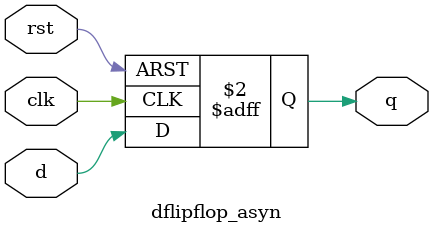
<source format=sv>
module dflipflop_asyn (input d, clk,rst, output reg q);
  always@(posedge clk or posedge rst)begin
      if(rst)begin
        q <= 0;
      end
      else begin
        q <= d;
      end
    end
      endmodule

</source>
